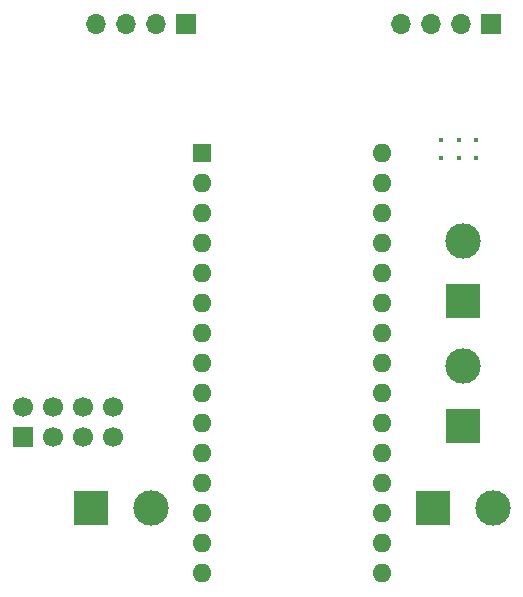
<source format=gbr>
%TF.GenerationSoftware,KiCad,Pcbnew,(6.0.9)*%
%TF.CreationDate,2023-02-05T07:26:13+11:00*%
%TF.ProjectId,SumoBotPCBA001,53756d6f-426f-4745-9043-42413030312e,rev?*%
%TF.SameCoordinates,Original*%
%TF.FileFunction,Soldermask,Bot*%
%TF.FilePolarity,Negative*%
%FSLAX46Y46*%
G04 Gerber Fmt 4.6, Leading zero omitted, Abs format (unit mm)*
G04 Created by KiCad (PCBNEW (6.0.9)) date 2023-02-05 07:26:13*
%MOMM*%
%LPD*%
G01*
G04 APERTURE LIST*
%ADD10R,1.600000X1.600000*%
%ADD11O,1.600000X1.600000*%
%ADD12R,1.700000X1.700000*%
%ADD13C,1.700000*%
%ADD14R,3.000000X3.000000*%
%ADD15C,3.000000*%
%ADD16C,0.380000*%
%ADD17O,1.700000X1.700000*%
G04 APERTURE END LIST*
D10*
%TO.C,A1*%
X162390000Y-91950000D03*
D11*
X162390000Y-94490000D03*
X162390000Y-97030000D03*
X162390000Y-99570000D03*
X162390000Y-102110000D03*
X162390000Y-104650000D03*
X162390000Y-107190000D03*
X162390000Y-109730000D03*
X162390000Y-112270000D03*
X162390000Y-114810000D03*
X162390000Y-117350000D03*
X162390000Y-119890000D03*
X162390000Y-122430000D03*
X162390000Y-124970000D03*
X162390000Y-127510000D03*
X177630000Y-127510000D03*
X177630000Y-124970000D03*
X177630000Y-122430000D03*
X177630000Y-119890000D03*
X177630000Y-117350000D03*
X177630000Y-114810000D03*
X177630000Y-112270000D03*
X177630000Y-109730000D03*
X177630000Y-107190000D03*
X177630000Y-104650000D03*
X177630000Y-102110000D03*
X177630000Y-99570000D03*
X177630000Y-97030000D03*
X177630000Y-94490000D03*
X177630000Y-91950000D03*
%TD*%
D12*
%TO.C,U2*%
X147175000Y-116000000D03*
D13*
X147175000Y-113460000D03*
X149715000Y-116000000D03*
X149715000Y-113460000D03*
X152255000Y-116000000D03*
X152255000Y-113460000D03*
X154795000Y-116000000D03*
X154795000Y-113460000D03*
%TD*%
D14*
%TO.C,J2*%
X152960000Y-122000000D03*
D15*
X158040000Y-122000000D03*
%TD*%
D16*
%TO.C,U3*%
X184100000Y-90850000D03*
X185600000Y-92350000D03*
X182600000Y-90850000D03*
X182600000Y-92350000D03*
X185600000Y-90850000D03*
X184100000Y-92350000D03*
%TD*%
D12*
%TO.C,J5*%
X186820000Y-81000000D03*
D17*
X184280000Y-81000000D03*
X181740000Y-81000000D03*
X179200000Y-81000000D03*
%TD*%
D14*
%TO.C,J4*%
X184500000Y-115040000D03*
D15*
X184500000Y-109960000D03*
%TD*%
D14*
%TO.C,J1*%
X181960000Y-122000000D03*
D15*
X187040000Y-122000000D03*
%TD*%
D12*
%TO.C,J6*%
X161000000Y-81000000D03*
D17*
X158460000Y-81000000D03*
X155920000Y-81000000D03*
X153380000Y-81000000D03*
%TD*%
D14*
%TO.C,J3*%
X184500000Y-104472500D03*
D15*
X184500000Y-99392500D03*
%TD*%
M02*

</source>
